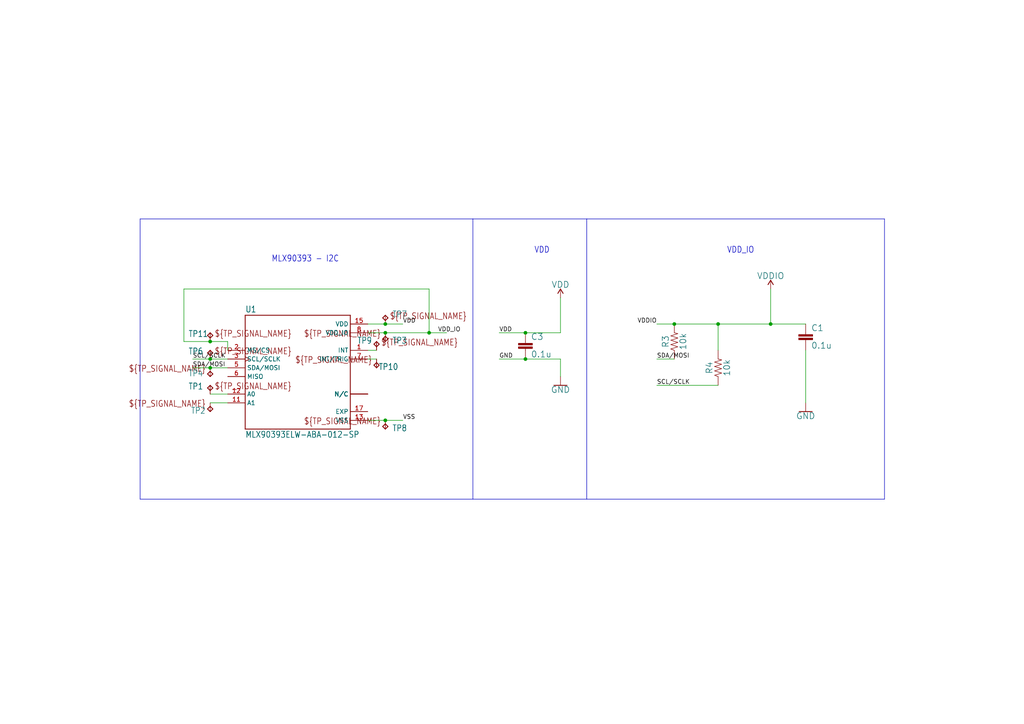
<source format=kicad_sch>
(kicad_sch
	(version 20231120)
	(generator "eeschema")
	(generator_version "8.0")
	(uuid "c9dccfd6-c357-47ce-95bb-fa575e1f46c3")
	(paper "A4")
	(lib_symbols
		(symbol "MLX90393-eagle-import:CAP-1206"
			(exclude_from_sim no)
			(in_bom yes)
			(on_board yes)
			(property "Reference" "C"
				(at 1.524 2.921 0)
				(effects
					(font
						(size 1.778 1.778)
					)
					(justify left bottom)
				)
			)
			(property "Value" ""
				(at 1.524 -2.159 0)
				(effects
					(font
						(size 1.778 1.778)
					)
					(justify left bottom)
				)
			)
			(property "Footprint" "MLX90393:1206"
				(at 0 0 0)
				(effects
					(font
						(size 1.27 1.27)
					)
					(hide yes)
				)
			)
			(property "Datasheet" ""
				(at 0 0 0)
				(effects
					(font
						(size 1.27 1.27)
					)
					(hide yes)
				)
			)
			(property "Description" ""
				(at 0 0 0)
				(effects
					(font
						(size 1.27 1.27)
					)
					(hide yes)
				)
			)
			(property "ki_locked" ""
				(at 0 0 0)
				(effects
					(font
						(size 1.27 1.27)
					)
				)
			)
			(symbol "CAP-1206_1_0"
				(rectangle
					(start -2.032 0.508)
					(end 2.032 1.016)
					(stroke
						(width 0)
						(type default)
					)
					(fill
						(type outline)
					)
				)
				(rectangle
					(start -2.032 1.524)
					(end 2.032 2.032)
					(stroke
						(width 0)
						(type default)
					)
					(fill
						(type outline)
					)
				)
				(polyline
					(pts
						(xy 0 0) (xy 0 0.508)
					)
					(stroke
						(width 0.1524)
						(type solid)
					)
					(fill
						(type none)
					)
				)
				(polyline
					(pts
						(xy 0 2.54) (xy 0 2.032)
					)
					(stroke
						(width 0.1524)
						(type solid)
					)
					(fill
						(type none)
					)
				)
				(pin passive line
					(at 0 5.08 270)
					(length 2.54)
					(name "1"
						(effects
							(font
								(size 0 0)
							)
						)
					)
					(number "1"
						(effects
							(font
								(size 0 0)
							)
						)
					)
				)
				(pin passive line
					(at 0 -2.54 90)
					(length 2.54)
					(name "2"
						(effects
							(font
								(size 0 0)
							)
						)
					)
					(number "2"
						(effects
							(font
								(size 0 0)
							)
						)
					)
				)
			)
		)
		(symbol "MLX90393-eagle-import:GND"
			(power)
			(exclude_from_sim no)
			(in_bom yes)
			(on_board yes)
			(property "Reference" "#GND"
				(at 0 0 0)
				(effects
					(font
						(size 1.27 1.27)
					)
					(hide yes)
				)
			)
			(property "Value" ""
				(at 0 -0.254 0)
				(effects
					(font
						(size 1.778 1.778)
					)
					(justify top)
				)
			)
			(property "Footprint" ""
				(at 0 0 0)
				(effects
					(font
						(size 1.27 1.27)
					)
					(hide yes)
				)
			)
			(property "Datasheet" ""
				(at 0 0 0)
				(effects
					(font
						(size 1.27 1.27)
					)
					(hide yes)
				)
			)
			(property "Description" "Ground Supply Symbol\n\nGeneric signal ground supply symbol."
				(at 0 0 0)
				(effects
					(font
						(size 1.27 1.27)
					)
					(hide yes)
				)
			)
			(property "ki_locked" ""
				(at 0 0 0)
				(effects
					(font
						(size 1.27 1.27)
					)
				)
			)
			(symbol "GND_1_0"
				(polyline
					(pts
						(xy -1.905 0) (xy 1.905 0)
					)
					(stroke
						(width 0.254)
						(type solid)
					)
					(fill
						(type none)
					)
				)
				(pin power_in line
					(at 0 2.54 270)
					(length 2.54)
					(name "GND"
						(effects
							(font
								(size 0 0)
							)
						)
					)
					(number "1"
						(effects
							(font
								(size 0 0)
							)
						)
					)
				)
			)
		)
		(symbol "MLX90393-eagle-import:MLX90393ELW-ABA-012-SP"
			(exclude_from_sim no)
			(in_bom yes)
			(on_board yes)
			(property "Reference" "U"
				(at -15.24 16.002 0)
				(effects
					(font
						(size 1.778 1.5113)
					)
					(justify left bottom)
				)
			)
			(property "Value" ""
				(at -15.24 -20.32 0)
				(effects
					(font
						(size 1.778 1.5113)
					)
					(justify left bottom)
				)
			)
			(property "Footprint" "MLX90393:QFN50P300X300X100-17N"
				(at 0 0 0)
				(effects
					(font
						(size 1.27 1.27)
					)
					(hide yes)
				)
			)
			(property "Datasheet" ""
				(at 0 0 0)
				(effects
					(font
						(size 1.27 1.27)
					)
					(hide yes)
				)
			)
			(property "Description" "https://pricing.snapeda.com/parts/MLX90393ELW-ABA-012-SP/Melexis/view-part?ref=eda Check availability"
				(at 0 0 0)
				(effects
					(font
						(size 1.27 1.27)
					)
					(hide yes)
				)
			)
			(property "ki_locked" ""
				(at 0 0 0)
				(effects
					(font
						(size 1.27 1.27)
					)
				)
			)
			(symbol "MLX90393ELW-ABA-012-SP_1_0"
				(polyline
					(pts
						(xy -15.24 -17.78) (xy -15.24 15.24)
					)
					(stroke
						(width 0.254)
						(type solid)
					)
					(fill
						(type none)
					)
				)
				(polyline
					(pts
						(xy -15.24 15.24) (xy 15.24 15.24)
					)
					(stroke
						(width 0.254)
						(type solid)
					)
					(fill
						(type none)
					)
				)
				(polyline
					(pts
						(xy 15.24 -17.78) (xy -15.24 -17.78)
					)
					(stroke
						(width 0.254)
						(type solid)
					)
					(fill
						(type none)
					)
				)
				(polyline
					(pts
						(xy 15.24 15.24) (xy 15.24 -17.78)
					)
					(stroke
						(width 0.254)
						(type solid)
					)
					(fill
						(type none)
					)
				)
				(pin output line
					(at 20.32 5.08 180)
					(length 5.08)
					(name "INT"
						(effects
							(font
								(size 1.27 1.27)
							)
						)
					)
					(number "1"
						(effects
							(font
								(size 1.27 1.27)
							)
						)
					)
				)
				(pin passive line
					(at 20.32 -7.62 180)
					(length 5.08)
					(name "N/C"
						(effects
							(font
								(size 1.27 1.27)
							)
						)
					)
					(number "10"
						(effects
							(font
								(size 0 0)
							)
						)
					)
				)
				(pin input line
					(at -20.32 -10.16 0)
					(length 5.08)
					(name "A1"
						(effects
							(font
								(size 1.27 1.27)
							)
						)
					)
					(number "11"
						(effects
							(font
								(size 1.27 1.27)
							)
						)
					)
				)
				(pin input line
					(at -20.32 -7.62 0)
					(length 5.08)
					(name "A0"
						(effects
							(font
								(size 1.27 1.27)
							)
						)
					)
					(number "12"
						(effects
							(font
								(size 1.27 1.27)
							)
						)
					)
				)
				(pin power_in line
					(at 20.32 -15.24 180)
					(length 5.08)
					(name "VSS"
						(effects
							(font
								(size 1.27 1.27)
							)
						)
					)
					(number "13"
						(effects
							(font
								(size 1.27 1.27)
							)
						)
					)
				)
				(pin passive line
					(at 20.32 -7.62 180)
					(length 5.08)
					(name "N/C"
						(effects
							(font
								(size 1.27 1.27)
							)
						)
					)
					(number "14"
						(effects
							(font
								(size 0 0)
							)
						)
					)
				)
				(pin power_in line
					(at 20.32 12.7 180)
					(length 5.08)
					(name "VDD"
						(effects
							(font
								(size 1.27 1.27)
							)
						)
					)
					(number "15"
						(effects
							(font
								(size 1.27 1.27)
							)
						)
					)
				)
				(pin passive line
					(at 20.32 -7.62 180)
					(length 5.08)
					(name "N/C"
						(effects
							(font
								(size 1.27 1.27)
							)
						)
					)
					(number "16"
						(effects
							(font
								(size 0 0)
							)
						)
					)
				)
				(pin passive line
					(at 20.32 -12.7 180)
					(length 5.08)
					(name "EXP"
						(effects
							(font
								(size 1.27 1.27)
							)
						)
					)
					(number "17"
						(effects
							(font
								(size 1.27 1.27)
							)
						)
					)
				)
				(pin input line
					(at -20.32 5.08 0)
					(length 5.08)
					(name "MS/CS"
						(effects
							(font
								(size 1.27 1.27)
							)
						)
					)
					(number "2"
						(effects
							(font
								(size 1.27 1.27)
							)
						)
					)
				)
				(pin input clock
					(at -20.32 2.54 0)
					(length 5.08)
					(name "SCL/SCLK"
						(effects
							(font
								(size 1.27 1.27)
							)
						)
					)
					(number "3"
						(effects
							(font
								(size 1.27 1.27)
							)
						)
					)
				)
				(pin passive line
					(at 20.32 -7.62 180)
					(length 5.08)
					(name "N/C"
						(effects
							(font
								(size 1.27 1.27)
							)
						)
					)
					(number "4"
						(effects
							(font
								(size 0 0)
							)
						)
					)
				)
				(pin bidirectional line
					(at -20.32 0 0)
					(length 5.08)
					(name "SDA/MOSI"
						(effects
							(font
								(size 1.27 1.27)
							)
						)
					)
					(number "5"
						(effects
							(font
								(size 1.27 1.27)
							)
						)
					)
				)
				(pin output line
					(at -20.32 -2.54 0)
					(length 5.08)
					(name "MISO"
						(effects
							(font
								(size 1.27 1.27)
							)
						)
					)
					(number "6"
						(effects
							(font
								(size 1.27 1.27)
							)
						)
					)
				)
				(pin bidirectional line
					(at 20.32 2.54 180)
					(length 5.08)
					(name "INT/TRIG"
						(effects
							(font
								(size 1.27 1.27)
							)
						)
					)
					(number "7"
						(effects
							(font
								(size 1.27 1.27)
							)
						)
					)
				)
				(pin power_in line
					(at 20.32 10.16 180)
					(length 5.08)
					(name "VDD_IO"
						(effects
							(font
								(size 1.27 1.27)
							)
						)
					)
					(number "8"
						(effects
							(font
								(size 1.27 1.27)
							)
						)
					)
				)
				(pin passive line
					(at 20.32 -7.62 180)
					(length 5.08)
					(name "N/C"
						(effects
							(font
								(size 1.27 1.27)
							)
						)
					)
					(number "9"
						(effects
							(font
								(size 0 0)
							)
						)
					)
				)
			)
		)
		(symbol "MLX90393-eagle-import:RESISTOR1206"
			(exclude_from_sim no)
			(in_bom yes)
			(on_board yes)
			(property "Reference" "R"
				(at 0 1.524 0)
				(effects
					(font
						(size 1.778 1.778)
					)
					(justify bottom)
				)
			)
			(property "Value" ""
				(at 0 -1.524 0)
				(effects
					(font
						(size 1.778 1.778)
					)
					(justify top)
				)
			)
			(property "Footprint" "MLX90393:1206"
				(at 0 0 0)
				(effects
					(font
						(size 1.27 1.27)
					)
					(hide yes)
				)
			)
			(property "Datasheet" ""
				(at 0 0 0)
				(effects
					(font
						(size 1.27 1.27)
					)
					(hide yes)
				)
			)
			(property "Description" "Generic Resistor Package"
				(at 0 0 0)
				(effects
					(font
						(size 1.27 1.27)
					)
					(hide yes)
				)
			)
			(property "ki_locked" ""
				(at 0 0 0)
				(effects
					(font
						(size 1.27 1.27)
					)
				)
			)
			(symbol "RESISTOR1206_1_0"
				(polyline
					(pts
						(xy -2.54 0) (xy -2.159 1.016)
					)
					(stroke
						(width 0.1524)
						(type solid)
					)
					(fill
						(type none)
					)
				)
				(polyline
					(pts
						(xy -2.159 1.016) (xy -1.524 -1.016)
					)
					(stroke
						(width 0.1524)
						(type solid)
					)
					(fill
						(type none)
					)
				)
				(polyline
					(pts
						(xy -1.524 -1.016) (xy -0.889 1.016)
					)
					(stroke
						(width 0.1524)
						(type solid)
					)
					(fill
						(type none)
					)
				)
				(polyline
					(pts
						(xy -0.889 1.016) (xy -0.254 -1.016)
					)
					(stroke
						(width 0.1524)
						(type solid)
					)
					(fill
						(type none)
					)
				)
				(polyline
					(pts
						(xy -0.254 -1.016) (xy 0.381 1.016)
					)
					(stroke
						(width 0.1524)
						(type solid)
					)
					(fill
						(type none)
					)
				)
				(polyline
					(pts
						(xy 0.381 1.016) (xy 1.016 -1.016)
					)
					(stroke
						(width 0.1524)
						(type solid)
					)
					(fill
						(type none)
					)
				)
				(polyline
					(pts
						(xy 1.016 -1.016) (xy 1.651 1.016)
					)
					(stroke
						(width 0.1524)
						(type solid)
					)
					(fill
						(type none)
					)
				)
				(polyline
					(pts
						(xy 1.651 1.016) (xy 2.286 -1.016)
					)
					(stroke
						(width 0.1524)
						(type solid)
					)
					(fill
						(type none)
					)
				)
				(polyline
					(pts
						(xy 2.286 -1.016) (xy 2.54 0)
					)
					(stroke
						(width 0.1524)
						(type solid)
					)
					(fill
						(type none)
					)
				)
				(pin passive line
					(at -5.08 0 0)
					(length 2.54)
					(name "1"
						(effects
							(font
								(size 0 0)
							)
						)
					)
					(number "1"
						(effects
							(font
								(size 0 0)
							)
						)
					)
				)
				(pin passive line
					(at 5.08 0 180)
					(length 2.54)
					(name "2"
						(effects
							(font
								(size 0 0)
							)
						)
					)
					(number "2"
						(effects
							(font
								(size 0 0)
							)
						)
					)
				)
			)
		)
		(symbol "MLX90393-eagle-import:TPB1,27"
			(exclude_from_sim no)
			(in_bom yes)
			(on_board yes)
			(property "Reference" "TP"
				(at -1.27 1.27 0)
				(effects
					(font
						(size 1.778 1.5113)
					)
					(justify left bottom)
				)
			)
			(property "Value" ""
				(at 0 0 0)
				(effects
					(font
						(size 1.27 1.27)
					)
					(hide yes)
				)
			)
			(property "Footprint" "MLX90393:B1,27"
				(at 0 0 0)
				(effects
					(font
						(size 1.27 1.27)
					)
					(hide yes)
				)
			)
			(property "Datasheet" ""
				(at 0 0 0)
				(effects
					(font
						(size 1.27 1.27)
					)
					(hide yes)
				)
			)
			(property "Description" "Test pad"
				(at 0 0 0)
				(effects
					(font
						(size 1.27 1.27)
					)
					(hide yes)
				)
			)
			(property "ki_locked" ""
				(at 0 0 0)
				(effects
					(font
						(size 1.27 1.27)
					)
				)
			)
			(symbol "TPB1,27_1_0"
				(polyline
					(pts
						(xy -0.762 -0.762) (xy 0 0)
					)
					(stroke
						(width 0.254)
						(type solid)
					)
					(fill
						(type none)
					)
				)
				(polyline
					(pts
						(xy 0 -1.524) (xy -0.762 -0.762)
					)
					(stroke
						(width 0.254)
						(type solid)
					)
					(fill
						(type none)
					)
				)
				(polyline
					(pts
						(xy 0 0) (xy 0.762 -0.762)
					)
					(stroke
						(width 0.254)
						(type solid)
					)
					(fill
						(type none)
					)
				)
				(polyline
					(pts
						(xy 0.762 -0.762) (xy 0 -1.524)
					)
					(stroke
						(width 0.254)
						(type solid)
					)
					(fill
						(type none)
					)
				)
				(text "${TP_SIGNAL_NAME}"
					(at 1.27 -1.27 0)
					(effects
						(font
							(size 1.778 1.5113)
						)
						(justify left bottom)
					)
				)
				(pin input line
					(at 0 -2.54 90)
					(length 2.54)
					(name "TP"
						(effects
							(font
								(size 0 0)
							)
						)
					)
					(number "TP"
						(effects
							(font
								(size 0 0)
							)
						)
					)
				)
			)
		)
		(symbol "MLX90393-eagle-import:VDD"
			(power)
			(exclude_from_sim no)
			(in_bom yes)
			(on_board yes)
			(property "Reference" "#SUPPLY"
				(at 0 0 0)
				(effects
					(font
						(size 1.27 1.27)
					)
					(hide yes)
				)
			)
			(property "Value" ""
				(at 0 2.794 0)
				(effects
					(font
						(size 1.778 1.778)
					)
					(justify bottom)
				)
			)
			(property "Footprint" ""
				(at 0 0 0)
				(effects
					(font
						(size 1.27 1.27)
					)
					(hide yes)
				)
			)
			(property "Datasheet" ""
				(at 0 0 0)
				(effects
					(font
						(size 1.27 1.27)
					)
					(hide yes)
				)
			)
			(property "Description" "VDD Voltage Supply\n\nPositive voltage supply (traditionally for a CMOS device, D=drain)."
				(at 0 0 0)
				(effects
					(font
						(size 1.27 1.27)
					)
					(hide yes)
				)
			)
			(property "ki_locked" ""
				(at 0 0 0)
				(effects
					(font
						(size 1.27 1.27)
					)
				)
			)
			(symbol "VDD_1_0"
				(polyline
					(pts
						(xy 0 2.54) (xy -0.762 1.27)
					)
					(stroke
						(width 0.254)
						(type solid)
					)
					(fill
						(type none)
					)
				)
				(polyline
					(pts
						(xy 0.762 1.27) (xy 0 2.54)
					)
					(stroke
						(width 0.254)
						(type solid)
					)
					(fill
						(type none)
					)
				)
				(pin power_in line
					(at 0 0 90)
					(length 2.54)
					(name "VDD"
						(effects
							(font
								(size 0 0)
							)
						)
					)
					(number "1"
						(effects
							(font
								(size 0 0)
							)
						)
					)
				)
			)
		)
		(symbol "MLX90393-eagle-import:VDDIO"
			(power)
			(exclude_from_sim no)
			(in_bom yes)
			(on_board yes)
			(property "Reference" "#SUPPLY"
				(at 0 0 0)
				(effects
					(font
						(size 1.27 1.27)
					)
					(hide yes)
				)
			)
			(property "Value" ""
				(at 0 2.794 0)
				(effects
					(font
						(size 1.778 1.778)
					)
					(justify bottom)
				)
			)
			(property "Footprint" ""
				(at 0 0 0)
				(effects
					(font
						(size 1.27 1.27)
					)
					(hide yes)
				)
			)
			(property "Datasheet" ""
				(at 0 0 0)
				(effects
					(font
						(size 1.27 1.27)
					)
					(hide yes)
				)
			)
			(property "Description" "VDD Voltage Supply\n\nPositive voltage supply (traditionally for a CMOS device, D=drain)."
				(at 0 0 0)
				(effects
					(font
						(size 1.27 1.27)
					)
					(hide yes)
				)
			)
			(property "ki_locked" ""
				(at 0 0 0)
				(effects
					(font
						(size 1.27 1.27)
					)
				)
			)
			(symbol "VDDIO_1_0"
				(polyline
					(pts
						(xy 0 2.54) (xy -0.762 1.27)
					)
					(stroke
						(width 0.254)
						(type solid)
					)
					(fill
						(type none)
					)
				)
				(polyline
					(pts
						(xy 0.762 1.27) (xy 0 2.54)
					)
					(stroke
						(width 0.254)
						(type solid)
					)
					(fill
						(type none)
					)
				)
				(pin power_in line
					(at 0 0 90)
					(length 2.54)
					(name "VDDIO"
						(effects
							(font
								(size 0 0)
							)
						)
					)
					(number "1"
						(effects
							(font
								(size 0 0)
							)
						)
					)
				)
			)
		)
	)
	(junction
		(at 60.96 104.14)
		(diameter 0)
		(color 0 0 0 0)
		(uuid "00693544-2ac3-4973-b861-068eef94aa96")
	)
	(junction
		(at 111.76 121.92)
		(diameter 0)
		(color 0 0 0 0)
		(uuid "08476360-5e5f-4391-88ea-81ca5bdc062e")
	)
	(junction
		(at 60.96 106.68)
		(diameter 0)
		(color 0 0 0 0)
		(uuid "355c186e-9478-4e09-990e-711146e7a3f8")
	)
	(junction
		(at 223.52 93.98)
		(diameter 0)
		(color 0 0 0 0)
		(uuid "36ebfee6-a7a3-4f1b-919b-ffb43055db83")
	)
	(junction
		(at 195.58 93.98)
		(diameter 0)
		(color 0 0 0 0)
		(uuid "3b332d6a-649c-4708-ab88-56089c1aca9b")
	)
	(junction
		(at 208.28 93.98)
		(diameter 0)
		(color 0 0 0 0)
		(uuid "3fe47776-47a9-4573-93ac-2bc8e00c7b68")
	)
	(junction
		(at 124.46 96.52)
		(diameter 0)
		(color 0 0 0 0)
		(uuid "43648682-f9e1-4cc7-967c-f87d8aaf2197")
	)
	(junction
		(at 152.4 104.14)
		(diameter 0)
		(color 0 0 0 0)
		(uuid "553073f5-6b24-465a-aefd-51185180cb87")
	)
	(junction
		(at 152.4 96.52)
		(diameter 0)
		(color 0 0 0 0)
		(uuid "5f2f1537-6817-446c-91bf-0684cdbd63dc")
	)
	(junction
		(at 111.76 93.98)
		(diameter 0)
		(color 0 0 0 0)
		(uuid "6ae2991b-9593-4233-8dc9-ea5a5d7c881d")
	)
	(junction
		(at 111.76 96.52)
		(diameter 0)
		(color 0 0 0 0)
		(uuid "e758ad4c-a53a-49e0-bbb8-f286adabe50e")
	)
	(junction
		(at 60.96 99.06)
		(diameter 0)
		(color 0 0 0 0)
		(uuid "f32afa02-a57f-410e-bbc1-b0420601299b")
	)
	(wire
		(pts
			(xy 233.68 101.6) (xy 233.68 116.84)
		)
		(stroke
			(width 0.1524)
			(type solid)
		)
		(uuid "0025acaa-72a7-4955-891b-c934b81d0689")
	)
	(wire
		(pts
			(xy 66.04 101.6) (xy 66.04 99.06)
		)
		(stroke
			(width 0.1524)
			(type solid)
		)
		(uuid "003085b2-a925-471a-af3a-66133f9c840f")
	)
	(wire
		(pts
			(xy 208.28 101.6) (xy 208.28 93.98)
		)
		(stroke
			(width 0.1524)
			(type solid)
		)
		(uuid "06aed07e-fa0c-426e-9b05-b8434bdbd1b3")
	)
	(wire
		(pts
			(xy 66.04 106.68) (xy 60.96 106.68)
		)
		(stroke
			(width 0.1524)
			(type solid)
		)
		(uuid "0c876350-a0f7-4327-940c-8ef32b7ef351")
	)
	(wire
		(pts
			(xy 124.46 83.82) (xy 124.46 96.52)
		)
		(stroke
			(width 0.1524)
			(type solid)
		)
		(uuid "0ed4f5ad-e2f7-484e-b80c-e29b04ad3bb5")
	)
	(wire
		(pts
			(xy 106.68 93.98) (xy 111.76 93.98)
		)
		(stroke
			(width 0.1524)
			(type solid)
		)
		(uuid "116e2159-c174-4ca1-98f3-cffb9c8293d0")
	)
	(wire
		(pts
			(xy 152.4 96.52) (xy 162.56 96.52)
		)
		(stroke
			(width 0.1524)
			(type solid)
		)
		(uuid "124d1f6f-70f0-4dd9-a519-ee8d8a77bcc4")
	)
	(polyline
		(pts
			(xy 170.18 144.78) (xy 137.16 144.78)
		)
		(stroke
			(width 0.1524)
			(type solid)
		)
		(uuid "1607425d-ab9d-4f3f-bb83-d279611f94ce")
	)
	(polyline
		(pts
			(xy 137.16 63.5) (xy 170.18 63.5)
		)
		(stroke
			(width 0.1524)
			(type solid)
		)
		(uuid "1be59c80-e896-4a80-a2e2-92acb219a087")
	)
	(wire
		(pts
			(xy 60.96 99.06) (xy 53.34 99.06)
		)
		(stroke
			(width 0.1524)
			(type solid)
		)
		(uuid "1dde5de6-22ec-4c23-89ad-f97f4b084efe")
	)
	(wire
		(pts
			(xy 66.04 104.14) (xy 60.96 104.14)
		)
		(stroke
			(width 0.1524)
			(type solid)
		)
		(uuid "2725d12d-8afe-43c1-881e-ae1943728b15")
	)
	(wire
		(pts
			(xy 223.52 93.98) (xy 208.28 93.98)
		)
		(stroke
			(width 0.1524)
			(type solid)
		)
		(uuid "27b13232-53ee-4284-8974-5930ed73bc31")
	)
	(wire
		(pts
			(xy 66.04 99.06) (xy 60.96 99.06)
		)
		(stroke
			(width 0.1524)
			(type solid)
		)
		(uuid "3526f6e4-15d2-4f62-863e-48c6adf21160")
	)
	(wire
		(pts
			(xy 124.46 96.52) (xy 111.76 96.52)
		)
		(stroke
			(width 0.1524)
			(type solid)
		)
		(uuid "4be717fb-a778-418b-b96f-3ad087305859")
	)
	(wire
		(pts
			(xy 162.56 96.52) (xy 162.56 86.36)
		)
		(stroke
			(width 0.1524)
			(type solid)
		)
		(uuid "4f09397c-f7c2-458c-83e0-e2e4525c922a")
	)
	(wire
		(pts
			(xy 223.52 83.82) (xy 223.52 93.98)
		)
		(stroke
			(width 0.1524)
			(type solid)
		)
		(uuid "544d606b-3859-4cfb-b23a-c4c099195c54")
	)
	(wire
		(pts
			(xy 53.34 99.06) (xy 53.34 83.82)
		)
		(stroke
			(width 0.1524)
			(type solid)
		)
		(uuid "6a457a06-7efa-4e18-a087-c34b2f0a43f3")
	)
	(polyline
		(pts
			(xy 137.16 63.5) (xy 137.16 144.78)
		)
		(stroke
			(width 0.1524)
			(type solid)
		)
		(uuid "6b07c571-17cb-43f0-a672-860f71de45f8")
	)
	(wire
		(pts
			(xy 111.76 121.92) (xy 116.84 121.92)
		)
		(stroke
			(width 0.1524)
			(type solid)
		)
		(uuid "6b0e50c6-36c9-4882-b60d-708393fa2a4c")
	)
	(wire
		(pts
			(xy 66.04 116.84) (xy 60.96 116.84)
		)
		(stroke
			(width 0.1524)
			(type solid)
		)
		(uuid "7419de7c-ee14-41b7-8cc7-52d499ef4111")
	)
	(wire
		(pts
			(xy 144.78 96.52) (xy 152.4 96.52)
		)
		(stroke
			(width 0.1524)
			(type solid)
		)
		(uuid "7fdbb808-f0d9-4518-a190-c1d5dbcee046")
	)
	(polyline
		(pts
			(xy 40.64 63.5) (xy 137.16 63.5)
		)
		(stroke
			(width 0.1524)
			(type solid)
		)
		(uuid "8f2ab550-9cf3-42c2-8913-fbe60368a9ee")
	)
	(polyline
		(pts
			(xy 170.18 63.5) (xy 256.54 63.5)
		)
		(stroke
			(width 0.1524)
			(type solid)
		)
		(uuid "924fd3a3-acfb-44aa-be64-2938b75d5d2b")
	)
	(polyline
		(pts
			(xy 40.64 144.78) (xy 40.64 63.5)
		)
		(stroke
			(width 0.1524)
			(type solid)
		)
		(uuid "a5110b39-c3a3-4d72-9aad-29f3f68fcb75")
	)
	(polyline
		(pts
			(xy 256.54 63.5) (xy 256.54 144.78)
		)
		(stroke
			(width 0.1524)
			(type solid)
		)
		(uuid "ace99395-72e5-4813-83d1-4dd0d092fd04")
	)
	(wire
		(pts
			(xy 144.78 104.14) (xy 152.4 104.14)
		)
		(stroke
			(width 0.1524)
			(type solid)
		)
		(uuid "adfbafc9-b880-4a0c-8cfd-973dc0205b7b")
	)
	(wire
		(pts
			(xy 152.4 104.14) (xy 162.56 104.14)
		)
		(stroke
			(width 0.1524)
			(type solid)
		)
		(uuid "b2ef598a-aaf1-4c4a-97fe-5e51581535c2")
	)
	(polyline
		(pts
			(xy 137.16 144.78) (xy 40.64 144.78)
		)
		(stroke
			(width 0.1524)
			(type solid)
		)
		(uuid "b520abfa-746b-410f-9a22-876ee03b5e50")
	)
	(wire
		(pts
			(xy 162.56 104.14) (xy 162.56 109.22)
		)
		(stroke
			(width 0.1524)
			(type solid)
		)
		(uuid "c216c23a-0a2a-480e-b4f7-cd2290a64714")
	)
	(wire
		(pts
			(xy 106.68 121.92) (xy 111.76 121.92)
		)
		(stroke
			(width 0.1524)
			(type solid)
		)
		(uuid "c2355f85-8cfd-4964-a260-0b73f28a9cba")
	)
	(wire
		(pts
			(xy 60.96 104.14) (xy 55.88 104.14)
		)
		(stroke
			(width 0.1524)
			(type solid)
		)
		(uuid "cb99e1d1-cc6d-4c4e-870c-da6e972c3214")
	)
	(wire
		(pts
			(xy 53.34 83.82) (xy 124.46 83.82)
		)
		(stroke
			(width 0.1524)
			(type solid)
		)
		(uuid "d38e7bfb-bf87-4565-a635-0f1a364af681")
	)
	(wire
		(pts
			(xy 208.28 111.76) (xy 190.5 111.76)
		)
		(stroke
			(width 0.1524)
			(type solid)
		)
		(uuid "d55fdcdd-4479-4def-aad1-25ccd9bda6dc")
	)
	(wire
		(pts
			(xy 233.68 93.98) (xy 223.52 93.98)
		)
		(stroke
			(width 0.1524)
			(type solid)
		)
		(uuid "d817f490-3123-4306-86cf-10b92b6070a0")
	)
	(wire
		(pts
			(xy 195.58 104.14) (xy 190.5 104.14)
		)
		(stroke
			(width 0.1524)
			(type solid)
		)
		(uuid "dfa4fa66-59fd-4992-aad6-95407f088e6d")
	)
	(wire
		(pts
			(xy 106.68 104.14) (xy 109.22 104.14)
		)
		(stroke
			(width 0.1524)
			(type solid)
		)
		(uuid "e4c96107-9e4f-44b4-85ec-3a627dac1189")
	)
	(wire
		(pts
			(xy 111.76 93.98) (xy 116.84 93.98)
		)
		(stroke
			(width 0.1524)
			(type solid)
		)
		(uuid "e58fcb8a-3202-4431-aee1-4b8cfc1d3bdf")
	)
	(wire
		(pts
			(xy 124.46 96.52) (xy 129.54 96.52)
		)
		(stroke
			(width 0.1524)
			(type solid)
		)
		(uuid "e94abacb-ee37-492e-a6da-6c62aa5983b3")
	)
	(wire
		(pts
			(xy 106.68 96.52) (xy 111.76 96.52)
		)
		(stroke
			(width 0.1524)
			(type solid)
		)
		(uuid "eab9f068-b6f2-4562-a9c1-42ff0b086127")
	)
	(wire
		(pts
			(xy 60.96 106.68) (xy 55.88 106.68)
		)
		(stroke
			(width 0.1524)
			(type solid)
		)
		(uuid "eec920d1-0b47-4176-9c81-0e78fb9877f7")
	)
	(polyline
		(pts
			(xy 170.18 63.5) (xy 170.18 144.78)
		)
		(stroke
			(width 0.1524)
			(type solid)
		)
		(uuid "efb4b2d9-7083-4004-bddf-ca24e1672337")
	)
	(wire
		(pts
			(xy 66.04 114.3) (xy 60.96 114.3)
		)
		(stroke
			(width 0.1524)
			(type solid)
		)
		(uuid "f028e6d5-8a14-45dd-bd9a-2e4373305b83")
	)
	(polyline
		(pts
			(xy 256.54 144.78) (xy 170.18 144.78)
		)
		(stroke
			(width 0.1524)
			(type solid)
		)
		(uuid "f33af092-593f-4a7d-a43a-c6fe5e35491c")
	)
	(wire
		(pts
			(xy 106.68 101.6) (xy 109.22 101.6)
		)
		(stroke
			(width 0.1524)
			(type solid)
		)
		(uuid "f8a973ab-649f-438f-be04-96e252b3638b")
	)
	(wire
		(pts
			(xy 208.28 93.98) (xy 195.58 93.98)
		)
		(stroke
			(width 0.1524)
			(type solid)
		)
		(uuid "fc048776-a90a-4e33-98a5-f13d2cd779ab")
	)
	(wire
		(pts
			(xy 195.58 93.98) (xy 190.5 93.98)
		)
		(stroke
			(width 0.1524)
			(type solid)
		)
		(uuid "fcbf6d2e-ea32-421f-b7bd-98bdcc837d5d")
	)
	(text "MLX90393 - I2C"
		(exclude_from_sim no)
		(at 78.74 76.2 0)
		(effects
			(font
				(size 1.778 1.5113)
			)
			(justify left bottom)
		)
		(uuid "2ad5b343-dec7-454e-8145-3a3a43b79c70")
	)
	(text "VDD"
		(exclude_from_sim no)
		(at 154.94 73.66 0)
		(effects
			(font
				(size 1.778 1.5113)
			)
			(justify left bottom)
		)
		(uuid "8923a388-7b6a-4952-bdd7-e260ff02b630")
	)
	(text "VDD_IO"
		(exclude_from_sim no)
		(at 210.82 73.66 0)
		(effects
			(font
				(size 1.778 1.5113)
			)
			(justify left bottom)
		)
		(uuid "ee8ac90c-67ff-4703-a6ab-8f703703a7b4")
	)
	(label "SDA/MOSI"
		(at 55.88 106.68 0)
		(effects
			(font
				(size 1.2446 1.2446)
			)
			(justify left bottom)
		)
		(uuid "1742c636-b2ca-4274-8731-61ea116ab035")
	)
	(label "VSS"
		(at 116.84 121.92 0)
		(effects
			(font
				(size 1.2446 1.2446)
			)
			(justify left bottom)
		)
		(uuid "47cdb22b-413c-406d-aff1-0b8db9ada0a1")
	)
	(label "VDD"
		(at 116.84 93.98 0)
		(effects
			(font
				(size 1.2446 1.2446)
			)
			(justify left bottom)
		)
		(uuid "6221edec-bbb2-42e5-a481-dda99b24d2c7")
	)
	(label "VDD"
		(at 144.78 96.52 0)
		(effects
			(font
				(size 1.2446 1.2446)
			)
			(justify left bottom)
		)
		(uuid "7513c9ba-e5c1-4493-8c66-6b6f90cc1c3d")
	)
	(label "SCL/SCLK"
		(at 55.88 104.14 0)
		(effects
			(font
				(size 1.2446 1.2446)
			)
			(justify left bottom)
		)
		(uuid "84aad0cb-610b-431e-8bf1-ff4748eaa181")
	)
	(label "VDD_IO"
		(at 127 96.52 0)
		(effects
			(font
				(size 1.2446 1.2446)
			)
			(justify left bottom)
		)
		(uuid "a4751a60-c7ea-4d6d-acc2-1a4db417043c")
	)
	(label "GND"
		(at 144.78 104.14 0)
		(effects
			(font
				(size 1.2446 1.2446)
			)
			(justify left bottom)
		)
		(uuid "c17d5cf0-89a5-4984-a93e-3be9ef28cbeb")
	)
	(label "VDDIO"
		(at 190.5 93.98 180)
		(effects
			(font
				(size 1.2446 1.2446)
			)
			(justify right bottom)
		)
		(uuid "eae467cc-f7e3-451b-89fe-425f4dfef95d")
	)
	(label "SDA/MOSI"
		(at 190.5 104.14 0)
		(effects
			(font
				(size 1.2446 1.2446)
			)
			(justify left bottom)
		)
		(uuid "f589ebf8-0baf-4db0-88bc-acad5a65c569")
	)
	(label "SCL/SCLK"
		(at 190.5 111.76 0)
		(effects
			(font
				(size 1.2446 1.2446)
			)
			(justify left bottom)
		)
		(uuid "fe4a0c22-b9dc-4ff8-a370-104563cce38f")
	)
	(symbol
		(lib_id "MLX90393-eagle-import:TPB1,27")
		(at 60.96 109.22 180)
		(unit 1)
		(exclude_from_sim no)
		(in_bom yes)
		(on_board yes)
		(dnp no)
		(uuid "234cdf99-b5a8-457c-a74a-16615bbe8633")
		(property "Reference" "TP4"
			(at 54.61 109.22 0)
			(effects
				(font
					(size 1.778 1.5113)
				)
				(justify right top)
			)
		)
		(property "Value" "TPB1,27"
			(at 60.96 109.22 0)
			(effects
				(font
					(size 1.27 1.27)
				)
				(hide yes)
			)
		)
		(property "Footprint" "MLX90393:B1,27"
			(at 60.96 109.22 0)
			(effects
				(font
					(size 1.27 1.27)
				)
				(hide yes)
			)
		)
		(property "Datasheet" ""
			(at 60.96 109.22 0)
			(effects
				(font
					(size 1.27 1.27)
				)
				(hide yes)
			)
		)
		(property "Description" ""
			(at 60.96 109.22 0)
			(effects
				(font
					(size 1.27 1.27)
				)
				(hide yes)
			)
		)
		(pin "TP"
			(uuid "f168f355-c696-44aa-baf0-f7916bc58cb6")
		)
		(instances
			(project ""
				(path "/c9dccfd6-c357-47ce-95bb-fa575e1f46c3"
					(reference "TP4")
					(unit 1)
				)
			)
		)
	)
	(symbol
		(lib_id "MLX90393-eagle-import:TPB1,27")
		(at 111.76 91.44 0)
		(unit 1)
		(exclude_from_sim no)
		(in_bom yes)
		(on_board yes)
		(dnp no)
		(uuid "31dc4389-4ebd-4938-b453-87dd607daee7")
		(property "Reference" "TP7"
			(at 118.11 90.17 0)
			(effects
				(font
					(size 1.778 1.5113)
				)
				(justify right top)
			)
		)
		(property "Value" "TPB1,27"
			(at 111.76 91.44 0)
			(effects
				(font
					(size 1.27 1.27)
				)
				(hide yes)
			)
		)
		(property "Footprint" "MLX90393:B1,27"
			(at 111.76 91.44 0)
			(effects
				(font
					(size 1.27 1.27)
				)
				(hide yes)
			)
		)
		(property "Datasheet" ""
			(at 111.76 91.44 0)
			(effects
				(font
					(size 1.27 1.27)
				)
				(hide yes)
			)
		)
		(property "Description" ""
			(at 111.76 91.44 0)
			(effects
				(font
					(size 1.27 1.27)
				)
				(hide yes)
			)
		)
		(pin "TP"
			(uuid "837cc636-85c8-444c-8357-2ca1b50e3ffa")
		)
		(instances
			(project ""
				(path "/c9dccfd6-c357-47ce-95bb-fa575e1f46c3"
					(reference "TP7")
					(unit 1)
				)
			)
		)
	)
	(symbol
		(lib_id "MLX90393-eagle-import:TPB1,27")
		(at 60.96 111.76 0)
		(unit 1)
		(exclude_from_sim no)
		(in_bom yes)
		(on_board yes)
		(dnp no)
		(uuid "51085573-33fb-4a86-9808-18d385f38b37")
		(property "Reference" "TP1"
			(at 54.61 113.03 0)
			(effects
				(font
					(size 1.778 1.5113)
				)
				(justify left bottom)
			)
		)
		(property "Value" "TPB1,27"
			(at 60.96 111.76 0)
			(effects
				(font
					(size 1.27 1.27)
				)
				(hide yes)
			)
		)
		(property "Footprint" "MLX90393:B1,27"
			(at 60.96 111.76 0)
			(effects
				(font
					(size 1.27 1.27)
				)
				(hide yes)
			)
		)
		(property "Datasheet" ""
			(at 60.96 111.76 0)
			(effects
				(font
					(size 1.27 1.27)
				)
				(hide yes)
			)
		)
		(property "Description" ""
			(at 60.96 111.76 0)
			(effects
				(font
					(size 1.27 1.27)
				)
				(hide yes)
			)
		)
		(pin "TP"
			(uuid "750a3c6c-9959-451c-8273-3a7ca73ea216")
		)
		(instances
			(project ""
				(path "/c9dccfd6-c357-47ce-95bb-fa575e1f46c3"
					(reference "TP1")
					(unit 1)
				)
			)
		)
	)
	(symbol
		(lib_id "MLX90393-eagle-import:VDD")
		(at 162.56 86.36 0)
		(unit 1)
		(exclude_from_sim no)
		(in_bom yes)
		(on_board yes)
		(dnp no)
		(uuid "53336ea8-e880-49ad-873f-ed27f9d65d27")
		(property "Reference" "#SUPPLY1"
			(at 162.56 86.36 0)
			(effects
				(font
					(size 1.27 1.27)
				)
				(hide yes)
			)
		)
		(property "Value" "VDD"
			(at 162.56 83.566 0)
			(effects
				(font
					(size 1.778 1.778)
				)
				(justify bottom)
			)
		)
		(property "Footprint" ""
			(at 162.56 86.36 0)
			(effects
				(font
					(size 1.27 1.27)
				)
				(hide yes)
			)
		)
		(property "Datasheet" ""
			(at 162.56 86.36 0)
			(effects
				(font
					(size 1.27 1.27)
				)
				(hide yes)
			)
		)
		(property "Description" ""
			(at 162.56 86.36 0)
			(effects
				(font
					(size 1.27 1.27)
				)
				(hide yes)
			)
		)
		(pin "1"
			(uuid "87abc3ac-1c1a-4168-9e64-e4d287380516")
		)
		(instances
			(project ""
				(path "/c9dccfd6-c357-47ce-95bb-fa575e1f46c3"
					(reference "#SUPPLY1")
					(unit 1)
				)
			)
		)
	)
	(symbol
		(lib_id "MLX90393-eagle-import:TPB1,27")
		(at 109.22 106.68 180)
		(unit 1)
		(exclude_from_sim no)
		(in_bom yes)
		(on_board yes)
		(dnp no)
		(uuid "699478ae-e8df-430e-81f7-36af0e434479")
		(property "Reference" "TP10"
			(at 115.57 105.41 0)
			(effects
				(font
					(size 1.778 1.5113)
				)
				(justify left bottom)
			)
		)
		(property "Value" "TPB1,27"
			(at 109.22 106.68 0)
			(effects
				(font
					(size 1.27 1.27)
				)
				(hide yes)
			)
		)
		(property "Footprint" "MLX90393:B1,27"
			(at 109.22 106.68 0)
			(effects
				(font
					(size 1.27 1.27)
				)
				(hide yes)
			)
		)
		(property "Datasheet" ""
			(at 109.22 106.68 0)
			(effects
				(font
					(size 1.27 1.27)
				)
				(hide yes)
			)
		)
		(property "Description" ""
			(at 109.22 106.68 0)
			(effects
				(font
					(size 1.27 1.27)
				)
				(hide yes)
			)
		)
		(pin "TP"
			(uuid "ec0d5088-d01c-4f8d-89d7-794fe299662d")
		)
		(instances
			(project ""
				(path "/c9dccfd6-c357-47ce-95bb-fa575e1f46c3"
					(reference "TP10")
					(unit 1)
				)
			)
		)
	)
	(symbol
		(lib_id "MLX90393-eagle-import:MLX90393ELW-ABA-012-SP")
		(at 86.36 106.68 0)
		(unit 1)
		(exclude_from_sim no)
		(in_bom yes)
		(on_board yes)
		(dnp no)
		(uuid "6a6688c5-7480-4cc7-bf42-15bed1e55549")
		(property "Reference" "U1"
			(at 71.12 90.678 0)
			(effects
				(font
					(size 1.778 1.5113)
				)
				(justify left bottom)
			)
		)
		(property "Value" "MLX90393ELW-ABA-012-SP"
			(at 71.12 127 0)
			(effects
				(font
					(size 1.778 1.5113)
				)
				(justify left bottom)
			)
		)
		(property "Footprint" "MLX90393:QFN50P300X300X100-17N"
			(at 86.36 106.68 0)
			(effects
				(font
					(size 1.27 1.27)
				)
				(hide yes)
			)
		)
		(property "Datasheet" ""
			(at 86.36 106.68 0)
			(effects
				(font
					(size 1.27 1.27)
				)
				(hide yes)
			)
		)
		(property "Description" ""
			(at 86.36 106.68 0)
			(effects
				(font
					(size 1.27 1.27)
				)
				(hide yes)
			)
		)
		(pin "1"
			(uuid "f63c98ae-21b1-4908-98c1-9dbddc9a1120")
		)
		(pin "11"
			(uuid "399ab559-c87a-4971-9b5e-f946612e9337")
		)
		(pin "2"
			(uuid "5981325d-968f-4ec2-8854-1750c1a3bd6a")
		)
		(pin "13"
			(uuid "8b7cec8f-7372-4026-ae23-0ab8dcad4da6")
		)
		(pin "16"
			(uuid "e3912d37-836b-4f06-95c7-612a06051c3d")
		)
		(pin "3"
			(uuid "637e1a65-6b19-4ef8-8b78-40c83ce5232d")
		)
		(pin "6"
			(uuid "ce30b752-7aef-4d93-9681-b9976f830473")
		)
		(pin "14"
			(uuid "a3e823b5-640e-4a5b-a2b4-4168031c31ec")
		)
		(pin "7"
			(uuid "d508a3bf-96ab-4f87-ae45-885f1224b6aa")
		)
		(pin "8"
			(uuid "213b493d-be7f-44bb-ad1a-2d267e286945")
		)
		(pin "12"
			(uuid "4cc572d0-576e-4247-b77d-1805804d980f")
		)
		(pin "9"
			(uuid "ab8035cf-a855-4e9a-be4b-be600a15fc38")
		)
		(pin "15"
			(uuid "b45fd8cc-3036-4727-8499-8851bd3bcc8f")
		)
		(pin "10"
			(uuid "baad35d7-d0f0-418d-bbe8-c2ff69582be0")
		)
		(pin "17"
			(uuid "c2cd4848-f0cf-42ba-a5ce-0641fadb2314")
		)
		(pin "4"
			(uuid "06d2f9fa-8263-4fd0-a6d2-476f182f2be5")
		)
		(pin "5"
			(uuid "d9fc986d-dc5d-4a4c-8201-3eda023aeee4")
		)
		(instances
			(project ""
				(path "/c9dccfd6-c357-47ce-95bb-fa575e1f46c3"
					(reference "U1")
					(unit 1)
				)
			)
		)
	)
	(symbol
		(lib_id "MLX90393-eagle-import:TPB1,27")
		(at 111.76 124.46 180)
		(unit 1)
		(exclude_from_sim no)
		(in_bom yes)
		(on_board yes)
		(dnp no)
		(uuid "70058bc9-ee3f-4117-8e76-c9b5e9b1c008")
		(property "Reference" "TP8"
			(at 118.11 123.19 0)
			(effects
				(font
					(size 1.778 1.5113)
				)
				(justify left bottom)
			)
		)
		(property "Value" "TPB1,27"
			(at 111.76 124.46 0)
			(effects
				(font
					(size 1.27 1.27)
				)
				(hide yes)
			)
		)
		(property "Footprint" "MLX90393:B1,27"
			(at 111.76 124.46 0)
			(effects
				(font
					(size 1.27 1.27)
				)
				(hide yes)
			)
		)
		(property "Datasheet" ""
			(at 111.76 124.46 0)
			(effects
				(font
					(size 1.27 1.27)
				)
				(hide yes)
			)
		)
		(property "Description" ""
			(at 111.76 124.46 0)
			(effects
				(font
					(size 1.27 1.27)
				)
				(hide yes)
			)
		)
		(pin "TP"
			(uuid "82ff2ad2-a7c5-47e4-9a42-61246353ec28")
		)
		(instances
			(project ""
				(path "/c9dccfd6-c357-47ce-95bb-fa575e1f46c3"
					(reference "TP8")
					(unit 1)
				)
			)
		)
	)
	(symbol
		(lib_id "MLX90393-eagle-import:TPB1,27")
		(at 60.96 119.38 180)
		(unit 1)
		(exclude_from_sim no)
		(in_bom yes)
		(on_board yes)
		(dnp no)
		(uuid "8c6eb088-1204-431f-8ee0-a2544fd93b48")
		(property "Reference" "TP2"
			(at 59.69 118.11 0)
			(effects
				(font
					(size 1.778 1.5113)
				)
				(justify left bottom)
			)
		)
		(property "Value" "TPB1,27"
			(at 60.96 119.38 0)
			(effects
				(font
					(size 1.27 1.27)
				)
				(hide yes)
			)
		)
		(property "Footprint" "MLX90393:B1,27"
			(at 60.96 119.38 0)
			(effects
				(font
					(size 1.27 1.27)
				)
				(hide yes)
			)
		)
		(property "Datasheet" ""
			(at 60.96 119.38 0)
			(effects
				(font
					(size 1.27 1.27)
				)
				(hide yes)
			)
		)
		(property "Description" ""
			(at 60.96 119.38 0)
			(effects
				(font
					(size 1.27 1.27)
				)
				(hide yes)
			)
		)
		(pin "TP"
			(uuid "04e8fa75-3e74-4387-8c7c-fe176102d59c")
		)
		(instances
			(project ""
				(path "/c9dccfd6-c357-47ce-95bb-fa575e1f46c3"
					(reference "TP2")
					(unit 1)
				)
			)
		)
	)
	(symbol
		(lib_id "MLX90393-eagle-import:RESISTOR1206")
		(at 208.28 106.68 90)
		(unit 1)
		(exclude_from_sim no)
		(in_bom yes)
		(on_board yes)
		(dnp no)
		(uuid "8dc9e51e-d296-4f41-a8c4-bfb5ff20ccd5")
		(property "Reference" "R4"
			(at 206.756 106.68 0)
			(effects
				(font
					(size 1.778 1.778)
				)
				(justify bottom)
			)
		)
		(property "Value" "10k"
			(at 209.804 106.68 0)
			(effects
				(font
					(size 1.778 1.778)
				)
				(justify top)
			)
		)
		(property "Footprint" "MLX90393:1206"
			(at 208.28 106.68 0)
			(effects
				(font
					(size 1.27 1.27)
				)
				(hide yes)
			)
		)
		(property "Datasheet" ""
			(at 208.28 106.68 0)
			(effects
				(font
					(size 1.27 1.27)
				)
				(hide yes)
			)
		)
		(property "Description" ""
			(at 208.28 106.68 0)
			(effects
				(font
					(size 1.27 1.27)
				)
				(hide yes)
			)
		)
		(pin "1"
			(uuid "49778ada-e0a7-4ab5-9137-2836f168d773")
		)
		(pin "2"
			(uuid "1b52ae17-f0d2-4fee-a6e7-8ced713e0c8f")
		)
		(instances
			(project ""
				(path "/c9dccfd6-c357-47ce-95bb-fa575e1f46c3"
					(reference "R4")
					(unit 1)
				)
			)
		)
	)
	(symbol
		(lib_id "MLX90393-eagle-import:VDDIO")
		(at 223.52 83.82 0)
		(unit 1)
		(exclude_from_sim no)
		(in_bom yes)
		(on_board yes)
		(dnp no)
		(uuid "90eea6dc-24cc-492c-b434-79f80638ce1d")
		(property "Reference" "#SUPPLY2"
			(at 223.52 83.82 0)
			(effects
				(font
					(size 1.27 1.27)
				)
				(hide yes)
			)
		)
		(property "Value" "VDDIO"
			(at 223.52 81.026 0)
			(effects
				(font
					(size 1.778 1.778)
				)
				(justify bottom)
			)
		)
		(property "Footprint" ""
			(at 223.52 83.82 0)
			(effects
				(font
					(size 1.27 1.27)
				)
				(hide yes)
			)
		)
		(property "Datasheet" ""
			(at 223.52 83.82 0)
			(effects
				(font
					(size 1.27 1.27)
				)
				(hide yes)
			)
		)
		(property "Description" ""
			(at 223.52 83.82 0)
			(effects
				(font
					(size 1.27 1.27)
				)
				(hide yes)
			)
		)
		(pin "1"
			(uuid "a1f49cef-d1af-47c5-94f9-3fac1febb2f2")
		)
		(instances
			(project ""
				(path "/c9dccfd6-c357-47ce-95bb-fa575e1f46c3"
					(reference "#SUPPLY2")
					(unit 1)
				)
			)
		)
	)
	(symbol
		(lib_id "MLX90393-eagle-import:GND")
		(at 162.56 111.76 0)
		(unit 1)
		(exclude_from_sim no)
		(in_bom yes)
		(on_board yes)
		(dnp no)
		(uuid "95c80b7d-612f-4b49-9d2e-c66d82027f8c")
		(property "Reference" "#GND1"
			(at 162.56 111.76 0)
			(effects
				(font
					(size 1.27 1.27)
				)
				(hide yes)
			)
		)
		(property "Value" "GND"
			(at 162.56 112.014 0)
			(effects
				(font
					(size 1.778 1.778)
				)
				(justify top)
			)
		)
		(property "Footprint" ""
			(at 162.56 111.76 0)
			(effects
				(font
					(size 1.27 1.27)
				)
				(hide yes)
			)
		)
		(property "Datasheet" ""
			(at 162.56 111.76 0)
			(effects
				(font
					(size 1.27 1.27)
				)
				(hide yes)
			)
		)
		(property "Description" ""
			(at 162.56 111.76 0)
			(effects
				(font
					(size 1.27 1.27)
				)
				(hide yes)
			)
		)
		(pin "1"
			(uuid "7d23fc56-397f-43e5-9eae-1a6c5c472526")
		)
		(instances
			(project ""
				(path "/c9dccfd6-c357-47ce-95bb-fa575e1f46c3"
					(reference "#GND1")
					(unit 1)
				)
			)
		)
	)
	(symbol
		(lib_id "MLX90393-eagle-import:TPB1,27")
		(at 60.96 96.52 0)
		(unit 1)
		(exclude_from_sim no)
		(in_bom yes)
		(on_board yes)
		(dnp no)
		(uuid "c02a1982-4f51-4aae-897c-0ed01f9b55af")
		(property "Reference" "TP11"
			(at 54.61 97.79 0)
			(effects
				(font
					(size 1.778 1.5113)
				)
				(justify left bottom)
			)
		)
		(property "Value" "TPB1,27"
			(at 60.96 96.52 0)
			(effects
				(font
					(size 1.27 1.27)
				)
				(hide yes)
			)
		)
		(property "Footprint" "MLX90393:B1,27"
			(at 60.96 96.52 0)
			(effects
				(font
					(size 1.27 1.27)
				)
				(hide yes)
			)
		)
		(property "Datasheet" ""
			(at 60.96 96.52 0)
			(effects
				(font
					(size 1.27 1.27)
				)
				(hide yes)
			)
		)
		(property "Description" ""
			(at 60.96 96.52 0)
			(effects
				(font
					(size 1.27 1.27)
				)
				(hide yes)
			)
		)
		(pin "TP"
			(uuid "fc745391-46ca-4ca5-8885-379bba70fe13")
		)
		(instances
			(project ""
				(path "/c9dccfd6-c357-47ce-95bb-fa575e1f46c3"
					(reference "TP11")
					(unit 1)
				)
			)
		)
	)
	(symbol
		(lib_id "MLX90393-eagle-import:TPB1,27")
		(at 109.22 99.06 0)
		(unit 1)
		(exclude_from_sim no)
		(in_bom yes)
		(on_board yes)
		(dnp no)
		(uuid "c36dc7d4-1241-4b8b-891a-b8575eb7f386")
		(property "Reference" "TP9"
			(at 107.95 97.79 0)
			(effects
				(font
					(size 1.778 1.5113)
				)
				(justify right top)
			)
		)
		(property "Value" "TPB1,27"
			(at 109.22 99.06 0)
			(effects
				(font
					(size 1.27 1.27)
				)
				(hide yes)
			)
		)
		(property "Footprint" "MLX90393:B1,27"
			(at 109.22 99.06 0)
			(effects
				(font
					(size 1.27 1.27)
				)
				(hide yes)
			)
		)
		(property "Datasheet" ""
			(at 109.22 99.06 0)
			(effects
				(font
					(size 1.27 1.27)
				)
				(hide yes)
			)
		)
		(property "Description" ""
			(at 109.22 99.06 0)
			(effects
				(font
					(size 1.27 1.27)
				)
				(hide yes)
			)
		)
		(pin "TP"
			(uuid "af3cb3d6-d14a-42e1-9acf-f7cebea0f131")
		)
		(instances
			(project ""
				(path "/c9dccfd6-c357-47ce-95bb-fa575e1f46c3"
					(reference "TP9")
					(unit 1)
				)
			)
		)
	)
	(symbol
		(lib_id "MLX90393-eagle-import:CAP-1206")
		(at 233.68 99.06 0)
		(unit 1)
		(exclude_from_sim no)
		(in_bom yes)
		(on_board yes)
		(dnp no)
		(uuid "c8623882-d415-44f8-888d-b49289d16619")
		(property "Reference" "C1"
			(at 235.204 96.139 0)
			(effects
				(font
					(size 1.778 1.778)
				)
				(justify left bottom)
			)
		)
		(property "Value" "0.1u"
			(at 235.204 101.219 0)
			(effects
				(font
					(size 1.778 1.778)
				)
				(justify left bottom)
			)
		)
		(property "Footprint" "MLX90393:1206"
			(at 233.68 99.06 0)
			(effects
				(font
					(size 1.27 1.27)
				)
				(hide yes)
			)
		)
		(property "Datasheet" ""
			(at 233.68 99.06 0)
			(effects
				(font
					(size 1.27 1.27)
				)
				(hide yes)
			)
		)
		(property "Description" ""
			(at 233.68 99.06 0)
			(effects
				(font
					(size 1.27 1.27)
				)
				(hide yes)
			)
		)
		(pin "2"
			(uuid "661ec1d5-0d66-40c9-a578-e53b1b37502e")
		)
		(pin "1"
			(uuid "008693e9-b395-4e24-b49d-8a3d74789dfd")
		)
		(instances
			(project ""
				(path "/c9dccfd6-c357-47ce-95bb-fa575e1f46c3"
					(reference "C1")
					(unit 1)
				)
			)
		)
	)
	(symbol
		(lib_id "MLX90393-eagle-import:GND")
		(at 233.68 119.38 0)
		(unit 1)
		(exclude_from_sim no)
		(in_bom yes)
		(on_board yes)
		(dnp no)
		(uuid "dcb02a0d-9f64-40d7-b6c8-95ca5c627e48")
		(property "Reference" "#GND2"
			(at 233.68 119.38 0)
			(effects
				(font
					(size 1.27 1.27)
				)
				(hide yes)
			)
		)
		(property "Value" "GND"
			(at 233.68 119.634 0)
			(effects
				(font
					(size 1.778 1.778)
				)
				(justify top)
			)
		)
		(property "Footprint" ""
			(at 233.68 119.38 0)
			(effects
				(font
					(size 1.27 1.27)
				)
				(hide yes)
			)
		)
		(property "Datasheet" ""
			(at 233.68 119.38 0)
			(effects
				(font
					(size 1.27 1.27)
				)
				(hide yes)
			)
		)
		(property "Description" ""
			(at 233.68 119.38 0)
			(effects
				(font
					(size 1.27 1.27)
				)
				(hide yes)
			)
		)
		(pin "1"
			(uuid "9cb37163-06fe-4789-b050-3c41c98d29ff")
		)
		(instances
			(project ""
				(path "/c9dccfd6-c357-47ce-95bb-fa575e1f46c3"
					(reference "#GND2")
					(unit 1)
				)
			)
		)
	)
	(symbol
		(lib_id "MLX90393-eagle-import:CAP-1206")
		(at 152.4 101.6 0)
		(unit 1)
		(exclude_from_sim no)
		(in_bom yes)
		(on_board yes)
		(dnp no)
		(uuid "e8d2bb15-9f67-4189-b7cd-ca26eea76a4a")
		(property "Reference" "C3"
			(at 153.924 98.679 0)
			(effects
				(font
					(size 1.778 1.778)
				)
				(justify left bottom)
			)
		)
		(property "Value" "0.1u"
			(at 153.924 103.759 0)
			(effects
				(font
					(size 1.778 1.778)
				)
				(justify left bottom)
			)
		)
		(property "Footprint" "MLX90393:1206"
			(at 152.4 101.6 0)
			(effects
				(font
					(size 1.27 1.27)
				)
				(hide yes)
			)
		)
		(property "Datasheet" ""
			(at 152.4 101.6 0)
			(effects
				(font
					(size 1.27 1.27)
				)
				(hide yes)
			)
		)
		(property "Description" ""
			(at 152.4 101.6 0)
			(effects
				(font
					(size 1.27 1.27)
				)
				(hide yes)
			)
		)
		(pin "1"
			(uuid "7e3ec51e-456c-44be-a951-94c004b220b7")
		)
		(pin "2"
			(uuid "4c847cfc-ccec-4884-9462-b50a1433e5f6")
		)
		(instances
			(project ""
				(path "/c9dccfd6-c357-47ce-95bb-fa575e1f46c3"
					(reference "C3")
					(unit 1)
				)
			)
		)
	)
	(symbol
		(lib_id "MLX90393-eagle-import:TPB1,27")
		(at 111.76 99.06 180)
		(unit 1)
		(exclude_from_sim no)
		(in_bom yes)
		(on_board yes)
		(dnp no)
		(uuid "ebdfc294-149c-4adb-a92f-383600d30025")
		(property "Reference" "TP3"
			(at 118.11 97.79 0)
			(effects
				(font
					(size 1.778 1.5113)
				)
				(justify left bottom)
			)
		)
		(property "Value" "TPB1,27"
			(at 111.76 99.06 0)
			(effects
				(font
					(size 1.27 1.27)
				)
				(hide yes)
			)
		)
		(property "Footprint" "MLX90393:B1,27"
			(at 111.76 99.06 0)
			(effects
				(font
					(size 1.27 1.27)
				)
				(hide yes)
			)
		)
		(property "Datasheet" ""
			(at 111.76 99.06 0)
			(effects
				(font
					(size 1.27 1.27)
				)
				(hide yes)
			)
		)
		(property "Description" ""
			(at 111.76 99.06 0)
			(effects
				(font
					(size 1.27 1.27)
				)
				(hide yes)
			)
		)
		(pin "TP"
			(uuid "b191af15-b3ea-4abf-b7c3-a82966e28241")
		)
		(instances
			(project ""
				(path "/c9dccfd6-c357-47ce-95bb-fa575e1f46c3"
					(reference "TP3")
					(unit 1)
				)
			)
		)
	)
	(symbol
		(lib_id "MLX90393-eagle-import:RESISTOR1206")
		(at 195.58 99.06 90)
		(unit 1)
		(exclude_from_sim no)
		(in_bom yes)
		(on_board yes)
		(dnp no)
		(uuid "eec0999c-198a-4e94-a1a3-6872a44ab618")
		(property "Reference" "R3"
			(at 194.056 99.06 0)
			(effects
				(font
					(size 1.778 1.778)
				)
				(justify bottom)
			)
		)
		(property "Value" "10k"
			(at 197.104 99.06 0)
			(effects
				(font
					(size 1.778 1.778)
				)
				(justify top)
			)
		)
		(property "Footprint" "MLX90393:1206"
			(at 195.58 99.06 0)
			(effects
				(font
					(size 1.27 1.27)
				)
				(hide yes)
			)
		)
		(property "Datasheet" ""
			(at 195.58 99.06 0)
			(effects
				(font
					(size 1.27 1.27)
				)
				(hide yes)
			)
		)
		(property "Description" ""
			(at 195.58 99.06 0)
			(effects
				(font
					(size 1.27 1.27)
				)
				(hide yes)
			)
		)
		(pin "1"
			(uuid "898e5297-aa67-4ec1-ac36-b9503175dcab")
		)
		(pin "2"
			(uuid "d2e8eca5-12b0-4f67-b8c0-71c7f60fc914")
		)
		(instances
			(project ""
				(path "/c9dccfd6-c357-47ce-95bb-fa575e1f46c3"
					(reference "R3")
					(unit 1)
				)
			)
		)
	)
	(symbol
		(lib_id "MLX90393-eagle-import:TPB1,27")
		(at 60.96 101.6 0)
		(unit 1)
		(exclude_from_sim no)
		(in_bom yes)
		(on_board yes)
		(dnp no)
		(uuid "f7ed282a-d920-49e7-aaf3-10fe68053a22")
		(property "Reference" "TP6"
			(at 54.61 102.87 0)
			(effects
				(font
					(size 1.778 1.5113)
				)
				(justify left bottom)
			)
		)
		(property "Value" "TPB1,27"
			(at 60.96 101.6 0)
			(effects
				(font
					(size 1.27 1.27)
				)
				(hide yes)
			)
		)
		(property "Footprint" "MLX90393:B1,27"
			(at 60.96 101.6 0)
			(effects
				(font
					(size 1.27 1.27)
				)
				(hide yes)
			)
		)
		(property "Datasheet" ""
			(at 60.96 101.6 0)
			(effects
				(font
					(size 1.27 1.27)
				)
				(hide yes)
			)
		)
		(property "Description" ""
			(at 60.96 101.6 0)
			(effects
				(font
					(size 1.27 1.27)
				)
				(hide yes)
			)
		)
		(pin "TP"
			(uuid "230668fb-0326-463b-91d6-3aa9aa13e802")
		)
		(instances
			(project ""
				(path "/c9dccfd6-c357-47ce-95bb-fa575e1f46c3"
					(reference "TP6")
					(unit 1)
				)
			)
		)
	)
	(sheet_instances
		(path "/"
			(page "1")
		)
	)
)

</source>
